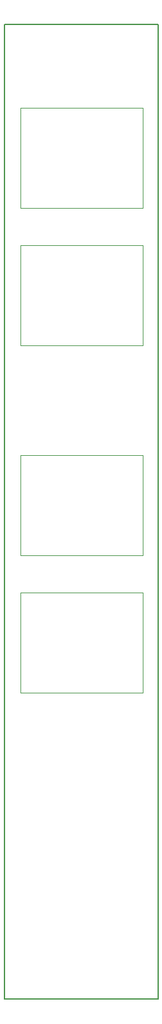
<source format=gbr>
%TF.GenerationSoftware,KiCad,Pcbnew,7.0.5*%
%TF.CreationDate,2023-07-06T16:17:21+01:00*%
%TF.ProjectId,QuangoBreakout_Panel,5175616e-676f-4427-9265-616b6f75745f,rev?*%
%TF.SameCoordinates,Original*%
%TF.FileFunction,Profile,NP*%
%FSLAX46Y46*%
G04 Gerber Fmt 4.6, Leading zero omitted, Abs format (unit mm)*
G04 Created by KiCad (PCBNEW 7.0.5) date 2023-07-06 16:17:21*
%MOMM*%
%LPD*%
G01*
G04 APERTURE LIST*
%TA.AperFunction,Profile*%
%ADD10C,0.150000*%
%TD*%
%TA.AperFunction,Profile*%
%ADD11C,0.120000*%
%TD*%
G04 APERTURE END LIST*
D10*
X49200000Y-40900000D02*
X69500000Y-40900000D01*
X69500000Y-169400000D01*
X49200000Y-169400000D01*
X49200000Y-40900000D01*
D11*
X51335000Y-97695000D02*
X67465000Y-97695000D01*
X67465000Y-97695000D02*
X67465000Y-110905000D01*
X67465000Y-110905000D02*
X51335000Y-110905000D01*
X51335000Y-110905000D02*
X51335000Y-97695000D01*
X67465000Y-83205000D02*
X51335000Y-83205000D01*
X51335000Y-83205000D02*
X51335000Y-69995000D01*
X51335000Y-69995000D02*
X67465000Y-69995000D01*
X67465000Y-69995000D02*
X67465000Y-83205000D01*
X67465000Y-129005000D02*
X51335000Y-129005000D01*
X51335000Y-129005000D02*
X51335000Y-115795000D01*
X51335000Y-115795000D02*
X67465000Y-115795000D01*
X67465000Y-115795000D02*
X67465000Y-129005000D01*
X51335000Y-51895000D02*
X67465000Y-51895000D01*
X67465000Y-51895000D02*
X67465000Y-65105000D01*
X67465000Y-65105000D02*
X51335000Y-65105000D01*
X51335000Y-65105000D02*
X51335000Y-51895000D01*
M02*

</source>
